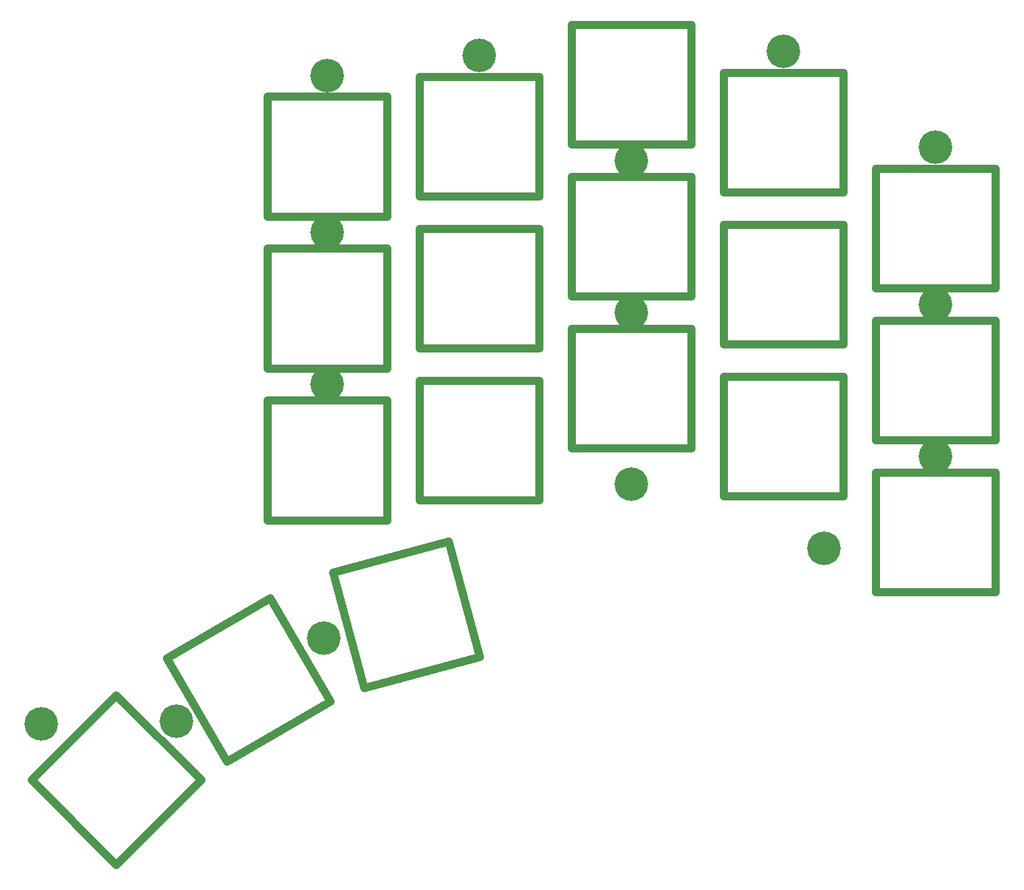
<source format=gts>
%TF.GenerationSoftware,KiCad,Pcbnew,7.0.7-2.fc38*%
%TF.CreationDate,2023-10-05T15:25:00+05:30*%
%TF.ProjectId,top_plate_niz,746f705f-706c-4617-9465-5f6e697a2e6b,rev?*%
%TF.SameCoordinates,Original*%
%TF.FileFunction,Soldermask,Top*%
%TF.FilePolarity,Negative*%
%FSLAX46Y46*%
G04 Gerber Fmt 4.6, Leading zero omitted, Abs format (unit mm)*
G04 Created by KiCad (PCBNEW 7.0.7-2.fc38) date 2023-10-05 15:25:00*
%MOMM*%
%LPD*%
G01*
G04 APERTURE LIST*
%ADD10C,1.000000*%
%ADD11C,4.200000*%
G04 APERTURE END LIST*
D10*
%TO.C,SW111*%
X133406339Y-100460495D02*
X148406339Y-100460495D01*
X148406339Y-100460495D02*
X148406339Y-85460495D01*
X148406339Y-85460495D02*
X133406339Y-85460495D01*
X133406339Y-85460495D02*
X133406339Y-100460495D01*
%TO.C,SW103*%
X95306345Y-44359995D02*
X110306345Y-44359995D01*
X110306345Y-44359995D02*
X110306345Y-29359995D01*
X110306345Y-29359995D02*
X95306345Y-29359995D01*
X95306345Y-29359995D02*
X95306345Y-44359995D01*
%TO.C,SW105*%
X57206339Y-53359993D02*
X72206339Y-53359993D01*
X72206339Y-53359993D02*
X72206339Y-38359993D01*
X72206339Y-38359993D02*
X57206339Y-38359993D01*
X57206339Y-38359993D02*
X57206339Y-53359993D01*
%TO.C,SW104*%
X76256340Y-50860003D02*
X91256340Y-50860003D01*
X91256340Y-50860003D02*
X91256340Y-35860003D01*
X91256340Y-35860003D02*
X76256340Y-35860003D01*
X76256340Y-35860003D02*
X76256340Y-50860003D01*
%TO.C,SW116*%
X48902979Y-124047384D02*
X38296377Y-134653986D01*
X38296377Y-134653986D02*
X27689775Y-124047384D01*
X27689775Y-124047384D02*
X38296377Y-113440782D01*
X38296377Y-113440782D02*
X48902979Y-124047384D01*
%TO.C,SW114*%
X76256343Y-88959993D02*
X91256343Y-88959993D01*
X91256343Y-88959993D02*
X91256343Y-73959993D01*
X91256343Y-73959993D02*
X76256343Y-73959993D01*
X76256343Y-73959993D02*
X76256343Y-88959993D01*
%TO.C,SW107*%
X114356339Y-69410496D02*
X129356339Y-69410496D01*
X129356339Y-69410496D02*
X129356339Y-54410496D01*
X129356339Y-54410496D02*
X114356339Y-54410496D01*
X114356339Y-54410496D02*
X114356339Y-69410496D01*
%TO.C,SW102*%
X114356343Y-50360499D02*
X129356343Y-50360499D01*
X129356343Y-50360499D02*
X129356343Y-35360499D01*
X129356343Y-35360499D02*
X114356343Y-35360499D01*
X114356343Y-35360499D02*
X114356343Y-50360499D01*
%TO.C,SW118*%
X83788884Y-108603996D02*
X69299996Y-112486282D01*
X69299996Y-112486282D02*
X65417710Y-97997394D01*
X65417710Y-97997394D02*
X79906598Y-94115108D01*
X79906598Y-94115108D02*
X83788884Y-108603996D01*
%TO.C,SW109*%
X76256338Y-69909992D02*
X91256338Y-69909992D01*
X91256338Y-69909992D02*
X91256338Y-54909992D01*
X91256338Y-54909992D02*
X76256338Y-54909992D01*
X76256338Y-54909992D02*
X76256338Y-69909992D01*
%TO.C,SW112*%
X114356338Y-88460495D02*
X129356338Y-88460495D01*
X129356338Y-88460495D02*
X129356338Y-73460495D01*
X129356338Y-73460495D02*
X114356338Y-73460495D01*
X114356338Y-73460495D02*
X114356338Y-88460495D01*
%TO.C,SW117*%
X65101568Y-114225575D02*
X52111187Y-121725575D01*
X52111187Y-121725575D02*
X44611186Y-108735193D01*
X44611186Y-108735193D02*
X57601567Y-101235193D01*
X57601567Y-101235193D02*
X65101568Y-114225575D01*
%TO.C,SW108*%
X95306341Y-63409999D02*
X110306341Y-63409999D01*
X110306341Y-63409999D02*
X110306341Y-48409999D01*
X110306341Y-48409999D02*
X95306341Y-48409999D01*
X95306341Y-48409999D02*
X95306341Y-63409999D01*
%TO.C,SW106*%
X133406336Y-81410494D02*
X148406336Y-81410494D01*
X148406336Y-81410494D02*
X148406336Y-66410494D01*
X148406336Y-66410494D02*
X133406336Y-66410494D01*
X133406336Y-66410494D02*
X133406336Y-81410494D01*
%TO.C,SW101*%
X133406348Y-62360496D02*
X148406348Y-62360496D01*
X148406348Y-62360496D02*
X148406348Y-47360496D01*
X148406348Y-47360496D02*
X133406348Y-47360496D01*
X133406348Y-47360496D02*
X133406348Y-62360496D01*
%TO.C,SW115*%
X57206339Y-91459995D02*
X72206339Y-91459995D01*
X72206339Y-91459995D02*
X72206339Y-76459995D01*
X72206339Y-76459995D02*
X57206339Y-76459995D01*
X57206339Y-76459995D02*
X57206339Y-91459995D01*
%TO.C,SW113*%
X95306340Y-82459989D02*
X110306340Y-82459989D01*
X110306340Y-82459989D02*
X110306340Y-67459989D01*
X110306340Y-67459989D02*
X95306340Y-67459989D01*
X95306340Y-67459989D02*
X95306340Y-82459989D01*
%TO.C,SW110*%
X57206340Y-72409997D02*
X72206340Y-72409997D01*
X72206340Y-72409997D02*
X72206340Y-57409997D01*
X72206340Y-57409997D02*
X57206340Y-57409997D01*
X57206340Y-57409997D02*
X57206340Y-72409997D01*
%TD*%
D11*
%TO.C,H103*%
X140906339Y-83435489D03*
%TD*%
%TO.C,H102*%
X140906350Y-64385490D03*
%TD*%
%TO.C,H18*%
X45829990Y-116671093D03*
%TD*%
%TO.C,H110*%
X64706339Y-35666056D03*
%TD*%
%TO.C,H108*%
X102806338Y-86959989D03*
%TD*%
%TO.C,H105*%
X126906338Y-94960499D03*
%TD*%
%TO.C,H112*%
X64706342Y-74434994D03*
%TD*%
%TO.C,H113*%
X64247990Y-106243093D03*
%TD*%
%TO.C,H104*%
X121856340Y-32666056D03*
%TD*%
%TO.C,H107*%
X102806347Y-65434996D03*
%TD*%
%TO.C,H114*%
X28851834Y-117014598D03*
%TD*%
%TO.C,H101*%
X140906345Y-44666058D03*
%TD*%
%TO.C,H109*%
X83756337Y-33166058D03*
%TD*%
%TO.C,H111*%
X64706336Y-55384996D03*
%TD*%
%TO.C,H106*%
X102806346Y-46384994D03*
%TD*%
M02*

</source>
